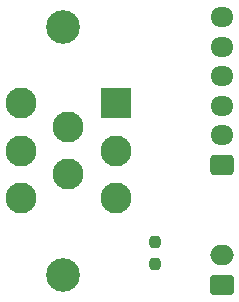
<source format=gbr>
%TF.GenerationSoftware,KiCad,Pcbnew,(6.0.1)*%
%TF.CreationDate,2022-02-14T12:02:22-05:00*%
%TF.ProjectId,Emrax_Breakout,456d7261-785f-4427-9265-616b6f75742e,rev?*%
%TF.SameCoordinates,Original*%
%TF.FileFunction,Soldermask,Top*%
%TF.FilePolarity,Negative*%
%FSLAX46Y46*%
G04 Gerber Fmt 4.6, Leading zero omitted, Abs format (unit mm)*
G04 Created by KiCad (PCBNEW (6.0.1)) date 2022-02-14 12:02:22*
%MOMM*%
%LPD*%
G01*
G04 APERTURE LIST*
G04 Aperture macros list*
%AMRoundRect*
0 Rectangle with rounded corners*
0 $1 Rounding radius*
0 $2 $3 $4 $5 $6 $7 $8 $9 X,Y pos of 4 corners*
0 Add a 4 corners polygon primitive as box body*
4,1,4,$2,$3,$4,$5,$6,$7,$8,$9,$2,$3,0*
0 Add four circle primitives for the rounded corners*
1,1,$1+$1,$2,$3*
1,1,$1+$1,$4,$5*
1,1,$1+$1,$6,$7*
1,1,$1+$1,$8,$9*
0 Add four rect primitives between the rounded corners*
20,1,$1+$1,$2,$3,$4,$5,0*
20,1,$1+$1,$4,$5,$6,$7,0*
20,1,$1+$1,$6,$7,$8,$9,0*
20,1,$1+$1,$8,$9,$2,$3,0*%
G04 Aperture macros list end*
%ADD10RoundRect,0.250000X0.750000X-0.600000X0.750000X0.600000X-0.750000X0.600000X-0.750000X-0.600000X0*%
%ADD11O,2.000000X1.700000*%
%ADD12RoundRect,0.237500X0.237500X-0.250000X0.237500X0.250000X-0.237500X0.250000X-0.237500X-0.250000X0*%
%ADD13RoundRect,0.250000X0.725000X-0.600000X0.725000X0.600000X-0.725000X0.600000X-0.725000X-0.600000X0*%
%ADD14O,1.950000X1.700000*%
%ADD15C,2.850000*%
%ADD16R,2.625000X2.625000*%
%ADD17C,2.625000*%
G04 APERTURE END LIST*
D10*
%TO.C,J3*%
X144499600Y-80390000D03*
D11*
X144499600Y-77890000D03*
%TD*%
D12*
%TO.C,R1*%
X138860800Y-78610100D03*
X138860800Y-76785100D03*
%TD*%
D13*
%TO.C,J2*%
X144499600Y-70230000D03*
D14*
X144499600Y-67730000D03*
X144499600Y-65230000D03*
X144499600Y-62730000D03*
X144499600Y-60230000D03*
X144499600Y-57730000D03*
%TD*%
D15*
%TO.C,J1*%
X131008000Y-58524000D03*
X131008000Y-79524000D03*
D16*
X135508000Y-65024000D03*
D17*
X135508000Y-69024000D03*
X135508000Y-73024000D03*
X131508000Y-67024000D03*
X131508000Y-71024000D03*
X127508000Y-65024000D03*
X127508000Y-69024000D03*
X127508000Y-73024000D03*
%TD*%
M02*

</source>
